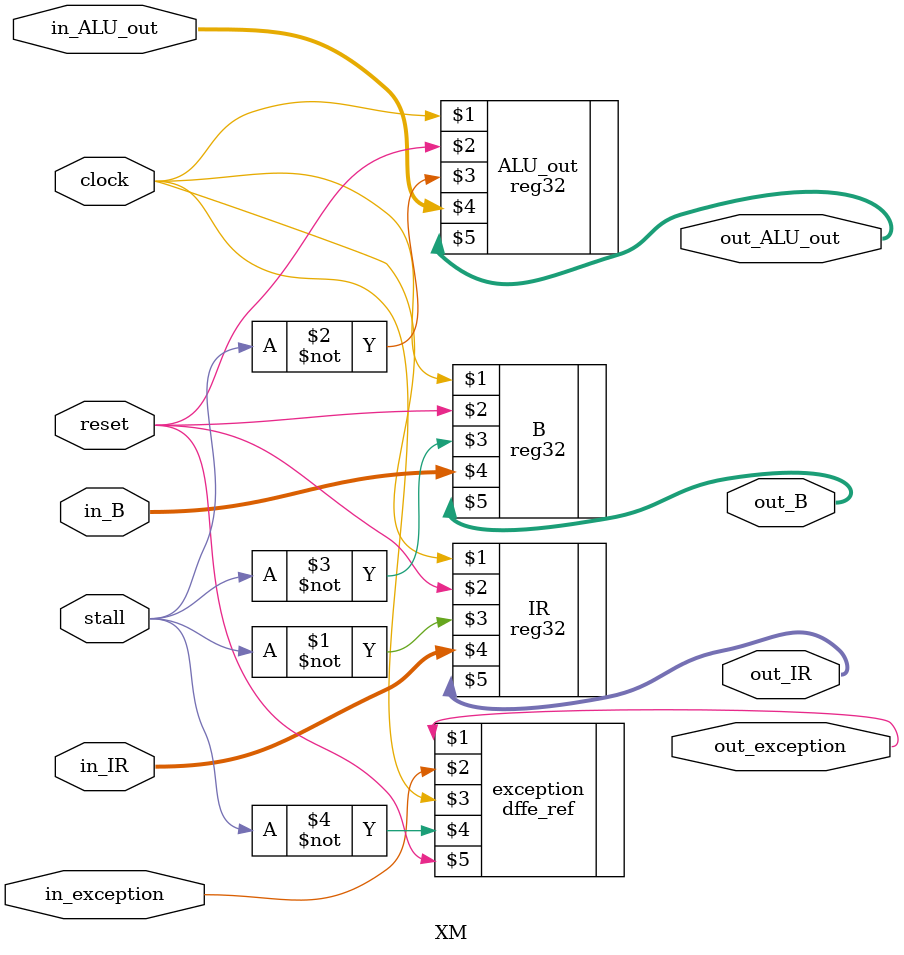
<source format=v>
module XM(
    output [31:0] out_ALU_out, 
    output [31:0] out_B,
    output [31:0] out_IR,
    output out_exception,
    
    input [31:0] in_ALU_out, 
    input [31:0] in_B,
    input [31:0] in_IR,
    input in_exception,

    input clock, 
    input stall, 
    input reset);

    reg32 IR(clock, reset, ~stall, in_IR, out_IR);
    reg32 ALU_out(clock, reset, ~stall, in_ALU_out, out_ALU_out);
    reg32 B(clock, reset, ~stall, in_B, out_B);
    dffe_ref exception(out_exception, in_exception, clock, ~stall, reset);
endmodule

</source>
